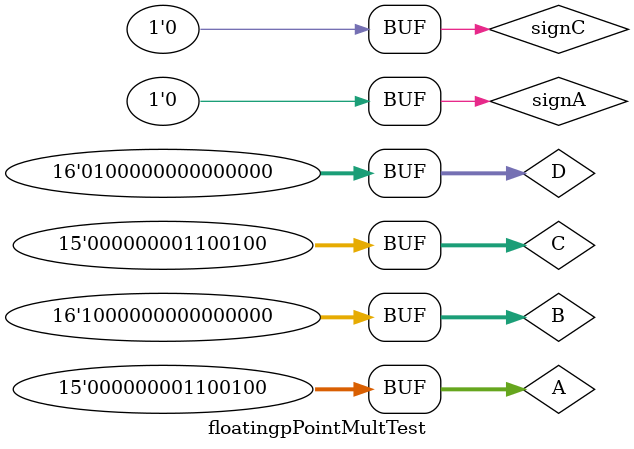
<source format=sv>
module  floatingpPointMultTest;

 logic [14:0] A,C;
 logic [15:0] B,D;
 logic  signA,signC;
 logic [31:0] out;
 floatingpPointMult float(A,C,B,D ,signA,signC,out);

initial begin
A=1;
C=3;
B=16'b1000000000000000;
D=16'b0100000000000000;
signA=0;
signC=0;
#10;
A=1;
C=-3;
B=16'b1000000000000000;
D=16'b0100000000000000;
signA=0;
signC=1;
#10;
A=-1;
C=3;
B=16'b1000000000000000;
D=16'b0100000000000000;
signA=1;
signC=0;
#10;
A=-1;
C=-3;
B=16'b1000000000000000;
D=16'b0100000000000000;
signA=1;
signC=1;
#10;
A=100;
C=100;
B=16'b1000000000000000;
D=16'b0100000000000000;
signA=0;
signC=0;
#10;
end
endmodule
</source>
